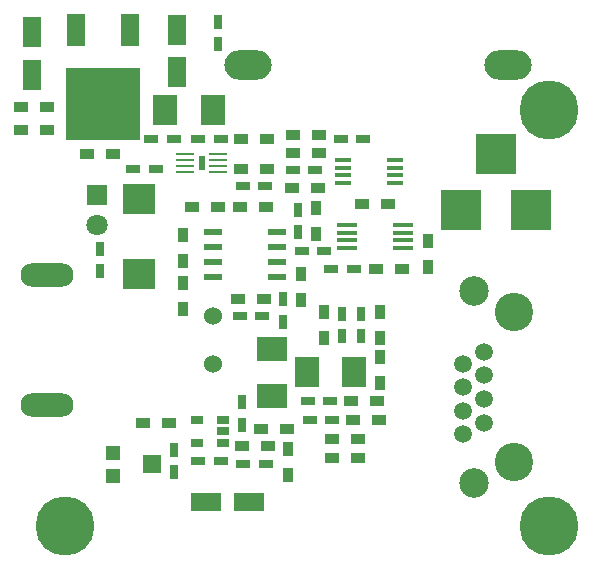
<source format=gts>
G04 #@! TF.FileFunction,Soldermask,Top*
%FSLAX46Y46*%
G04 Gerber Fmt 4.6, Leading zero omitted, Abs format (unit mm)*
G04 Created by KiCad (PCBNEW 4.0.5) date Sun Feb  5 17:43:36 2017*
%MOMM*%
%LPD*%
G01*
G04 APERTURE LIST*
%ADD10C,0.100000*%
%ADD11R,1.200000X0.750000*%
%ADD12R,2.700000X2.550000*%
%ADD13R,1.200000X0.900000*%
%ADD14R,1.800000X0.360000*%
%ADD15R,0.750000X1.200000*%
%ADD16R,2.600000X1.600000*%
%ADD17R,1.600000X2.600000*%
%ADD18R,3.500000X3.500000*%
%ADD19R,1.800000X1.800000*%
%ADD20C,1.800000*%
%ADD21O,4.000500X2.499360*%
%ADD22R,0.900000X1.200000*%
%ADD23R,1.550000X0.600000*%
%ADD24R,1.060000X0.650000*%
%ADD25R,1.450000X0.450000*%
%ADD26R,1.500000X0.250000*%
%ADD27R,0.600000X1.200000*%
%ADD28C,5.000000*%
%ADD29R,6.300000X6.100000*%
%ADD30R,1.500000X2.800000*%
%ADD31R,2.500000X2.000000*%
%ADD32R,2.000000X2.500000*%
%ADD33R,1.500000X1.600000*%
%ADD34R,1.250000X1.250000*%
%ADD35C,1.500000*%
%ADD36C,2.500000*%
%ADD37C,3.250000*%
%ADD38C,1.524000*%
%ADD39O,4.500000X2.000000*%
G04 APERTURE END LIST*
D10*
D11*
X153200000Y-96750000D03*
X151300000Y-96750000D03*
D12*
X151750000Y-99325000D03*
X151750000Y-105675000D03*
D13*
X144000000Y-91500000D03*
X141800000Y-91500000D03*
D11*
X160550000Y-98250000D03*
X162450000Y-98250000D03*
D14*
X169350000Y-103475000D03*
X174150000Y-103475000D03*
X174150000Y-102825000D03*
X174150000Y-102175000D03*
X174150000Y-101525000D03*
X169350000Y-101525000D03*
X169350000Y-102175000D03*
X169350000Y-102825000D03*
D15*
X154750000Y-120550000D03*
X154750000Y-122450000D03*
D11*
X162200000Y-109250000D03*
X160300000Y-109250000D03*
D15*
X165250000Y-100250000D03*
X165250000Y-102150000D03*
D16*
X157450000Y-125000000D03*
X161050000Y-125000000D03*
D11*
X156800000Y-121500000D03*
X158700000Y-121500000D03*
X166050000Y-116400000D03*
X167950000Y-116400000D03*
D15*
X160500000Y-118450000D03*
X160500000Y-116550000D03*
D11*
X167450000Y-103750000D03*
X165550000Y-103750000D03*
X162500000Y-121750000D03*
X160600000Y-121750000D03*
X164800000Y-96900000D03*
X166700000Y-96900000D03*
D15*
X164000000Y-109700000D03*
X164000000Y-107800000D03*
D11*
X168850000Y-94250000D03*
X170750000Y-94250000D03*
D17*
X155000000Y-85000000D03*
X155000000Y-88600000D03*
X142750000Y-85200000D03*
X142750000Y-88800000D03*
D11*
X169950000Y-105250000D03*
X168050000Y-105250000D03*
X154700000Y-94250000D03*
X152800000Y-94250000D03*
X156800000Y-94250000D03*
X158700000Y-94250000D03*
D18*
X179000000Y-100250000D03*
X185000000Y-100250000D03*
X182000000Y-95550000D03*
D19*
X148250000Y-99000000D03*
D20*
X148250000Y-101540000D03*
D13*
X160300000Y-100000000D03*
X162500000Y-100000000D03*
D21*
X183000740Y-88000000D03*
X160999260Y-88000000D03*
D13*
X154350000Y-118250000D03*
X152150000Y-118250000D03*
X162350000Y-107750000D03*
X160150000Y-107750000D03*
X162100000Y-118800000D03*
X164300000Y-118800000D03*
D22*
X164400000Y-120500000D03*
X164400000Y-122700000D03*
D13*
X169700000Y-116400000D03*
X171900000Y-116400000D03*
X160500000Y-120250000D03*
X162700000Y-120250000D03*
X167000000Y-93900000D03*
X164800000Y-93900000D03*
X164800000Y-95400000D03*
X167000000Y-95400000D03*
D22*
X155500000Y-108600000D03*
X155500000Y-106400000D03*
X166750000Y-100050000D03*
X166750000Y-102250000D03*
X176250000Y-105100000D03*
X176250000Y-102900000D03*
D13*
X174000000Y-105250000D03*
X171800000Y-105250000D03*
D22*
X155500000Y-104600000D03*
X155500000Y-102400000D03*
X165500000Y-105650000D03*
X165500000Y-107850000D03*
D13*
X166950000Y-98400000D03*
X164750000Y-98400000D03*
X172850000Y-99750000D03*
X170650000Y-99750000D03*
X144000000Y-93500000D03*
X141800000Y-93500000D03*
X160400000Y-94250000D03*
X162600000Y-94250000D03*
X160400000Y-96750000D03*
X162600000Y-96750000D03*
X156300000Y-100000000D03*
X158500000Y-100000000D03*
D23*
X158050000Y-102095000D03*
X158050000Y-103365000D03*
X158050000Y-104635000D03*
X158050000Y-105905000D03*
X163450000Y-105905000D03*
X163450000Y-104635000D03*
X163450000Y-103365000D03*
X163450000Y-102095000D03*
D24*
X158850000Y-119950000D03*
X158850000Y-119000000D03*
X158850000Y-118050000D03*
X156650000Y-118050000D03*
X156650000Y-119950000D03*
D25*
X169050000Y-96025000D03*
X169050000Y-96675000D03*
X169050000Y-97325000D03*
X169050000Y-97975000D03*
X173450000Y-97975000D03*
X173450000Y-97325000D03*
X173450000Y-96675000D03*
X173450000Y-96025000D03*
D26*
X158500000Y-95500000D03*
X158500000Y-96000000D03*
X158500000Y-96500000D03*
X158500000Y-97000000D03*
X155700000Y-95500000D03*
X155700000Y-96000000D03*
X155700000Y-96500000D03*
X155700000Y-97000000D03*
D27*
X157100000Y-96250000D03*
D28*
X186500000Y-127000000D03*
X145500000Y-127000000D03*
X186500000Y-91750000D03*
D29*
X148714000Y-91250000D03*
D30*
X151000000Y-85000000D03*
X146428000Y-85000000D03*
D31*
X163000000Y-116000000D03*
X163000000Y-112000000D03*
D32*
X154000000Y-91750000D03*
X158000000Y-91750000D03*
D13*
X172100000Y-118000000D03*
X169900000Y-118000000D03*
D33*
X152850000Y-121800000D03*
D34*
X149600000Y-120800000D03*
X149600000Y-122800000D03*
D35*
X181000000Y-112250000D03*
X179220000Y-113250000D03*
X181000000Y-114250000D03*
X179220000Y-115250000D03*
X181000000Y-116250000D03*
X179220000Y-117250000D03*
X181000000Y-118250000D03*
X179220000Y-119250000D03*
D36*
X180110000Y-107120000D03*
X180110000Y-123380000D03*
D37*
X183540000Y-108900000D03*
X183540000Y-121600000D03*
D15*
X170600000Y-110950000D03*
X170600000Y-109050000D03*
X169000000Y-110950000D03*
X169000000Y-109050000D03*
D11*
X166250000Y-118000000D03*
X168150000Y-118000000D03*
D32*
X166000000Y-114000000D03*
X170000000Y-114000000D03*
D22*
X172200000Y-114900000D03*
X172200000Y-112700000D03*
D13*
X168100000Y-119600000D03*
X170300000Y-119600000D03*
D22*
X172200000Y-111100000D03*
X172200000Y-108900000D03*
X167400000Y-111100000D03*
X167400000Y-108900000D03*
D15*
X148500000Y-105450000D03*
X148500000Y-103550000D03*
D13*
X170350000Y-121250000D03*
X168150000Y-121250000D03*
D15*
X158500000Y-84300000D03*
X158500000Y-86200000D03*
D13*
X149600000Y-95500000D03*
X147400000Y-95500000D03*
D38*
X158000000Y-113250000D03*
X158000000Y-109250000D03*
D39*
X144000000Y-105750000D03*
X144000000Y-116750000D03*
M02*

</source>
